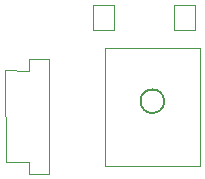
<source format=gbr>
%TF.GenerationSoftware,KiCad,Pcbnew,8.0.0*%
%TF.CreationDate,2024-03-15T11:34:24+01:00*%
%TF.ProjectId,projet s6,70726f6a-6574-4207-9336-2e6b69636164,rev?*%
%TF.SameCoordinates,Original*%
%TF.FileFunction,Legend,Bot*%
%TF.FilePolarity,Positive*%
%FSLAX46Y46*%
G04 Gerber Fmt 4.6, Leading zero omitted, Abs format (unit mm)*
G04 Created by KiCad (PCBNEW 8.0.0) date 2024-03-15 11:34:24*
%MOMM*%
%LPD*%
G01*
G04 APERTURE LIST*
%ADD10C,0.100000*%
%ADD11C,0.150000*%
G04 APERTURE END LIST*
%TO.C,SW1*%
D10*
X190140000Y-65710000D02*
X188360000Y-65710000D01*
X188360000Y-67810000D01*
X190140000Y-67810000D01*
X190140000Y-65710000D01*
%TO.C,PA1010D1*%
X182490000Y-69350000D02*
X190490000Y-69350000D01*
X190490000Y-79350000D01*
X182490000Y-79350000D01*
X182490000Y-69350000D01*
D11*
X187490000Y-73850000D02*
G75*
G02*
X185490000Y-73850000I-1000000J0D01*
G01*
X185490000Y-73850000D02*
G75*
G02*
X187490000Y-73850000I1000000J0D01*
G01*
%TO.C,SW2*%
D10*
X183255000Y-65715000D02*
X181475000Y-65715000D01*
X181475000Y-67815000D01*
X183255000Y-67815000D01*
X183255000Y-65715000D01*
%TO.C,J1*%
X174055000Y-71245000D02*
X174075000Y-79025000D01*
X176015000Y-79025000D02*
X174075000Y-79025000D01*
X176015000Y-80025000D02*
X176015000Y-79025000D01*
X176025000Y-70265000D02*
X176025000Y-71265000D01*
X176025000Y-71265000D02*
X174055000Y-71245000D01*
X177745000Y-70265000D02*
X176035000Y-70265000D01*
X177745000Y-70265000D02*
X177745000Y-80025000D01*
X177745000Y-80025000D02*
X176015000Y-80025000D01*
%TD*%
M02*

</source>
